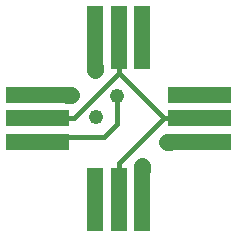
<source format=gbr>
G04 EAGLE Gerber RS-274X export*
G75*
%MOMM*%
%FSLAX34Y34*%
%LPD*%
%INBottom Copper*%
%IPPOS*%
%AMOC8*
5,1,8,0,0,1.08239X$1,22.5*%
G01*
%ADD10C,1.401600*%
%ADD11R,1.406400X1.406400*%
%ADD12R,5.000000X1.401600*%
%ADD13R,1.401600X5.000000*%
%ADD14C,1.219200*%
%ADD15C,0.406400*%


D10*
X58020Y121600D02*
X61020Y121600D01*
D11*
X53020Y121600D03*
X33020Y121600D03*
X13020Y121600D03*
X53020Y101600D03*
X33020Y101600D03*
X13020Y101600D03*
X53020Y81600D03*
X33020Y81600D03*
X13020Y81600D03*
D12*
X33020Y121600D03*
X33020Y101600D03*
X33020Y81600D03*
D10*
X142180Y81600D02*
X145180Y81600D01*
D11*
X150180Y81600D03*
X170180Y81600D03*
X190180Y81600D03*
X150180Y101600D03*
X170180Y101600D03*
X190180Y101600D03*
X150180Y121600D03*
X170180Y121600D03*
X190180Y121600D03*
D12*
X170180Y81600D03*
X170180Y101600D03*
X170180Y121600D03*
D10*
X121600Y61020D02*
X121600Y58020D01*
D11*
X121600Y53020D03*
X121600Y33020D03*
X121600Y13020D03*
X101600Y53020D03*
X101600Y33020D03*
X101600Y13020D03*
X81600Y53020D03*
X81600Y33020D03*
X81600Y13020D03*
D13*
X81600Y33020D03*
X101600Y33020D03*
X121600Y33020D03*
D10*
X81600Y142180D02*
X81600Y145180D01*
D11*
X81600Y150180D03*
X81600Y170180D03*
X81600Y190180D03*
X101600Y150180D03*
X101600Y170180D03*
X101600Y190180D03*
X121600Y150180D03*
X121600Y170180D03*
X121600Y190180D03*
D13*
X121600Y170180D03*
X101600Y170180D03*
X81600Y170180D03*
D14*
X82460Y102780D03*
X100420Y120740D03*
D15*
X101600Y63500D02*
X101600Y53020D01*
X101600Y63500D02*
X139700Y101600D01*
X150180Y101600D01*
X139700Y101600D02*
X101600Y139700D01*
X101600Y150180D01*
X63500Y101600D02*
X53020Y101600D01*
X63500Y101600D02*
X101600Y139700D01*
X100420Y120740D02*
X100420Y97245D01*
X88900Y85725D01*
X57145Y85725D01*
X53020Y81600D01*
M02*

</source>
